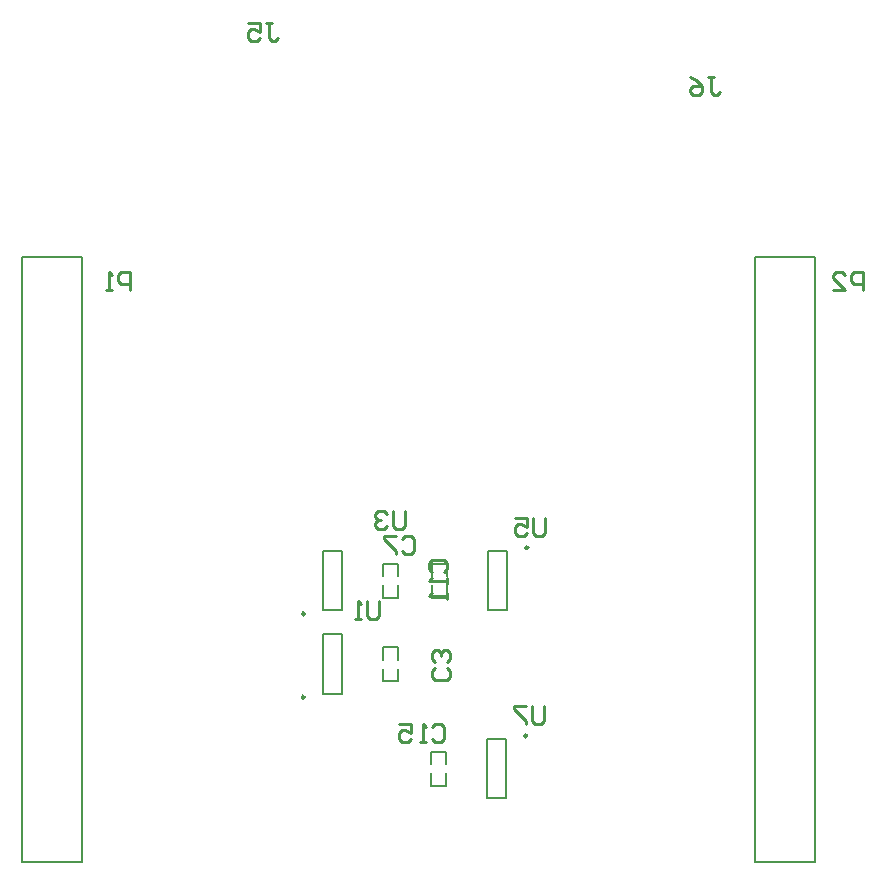
<source format=gbo>
G04 Layer_Color=13813960*
%FSLAX24Y24*%
%MOIN*%
G70*
G01*
G75*
%ADD14C,0.0100*%
%ADD15C,0.0079*%
%ADD41C,0.0098*%
%ADD42C,0.0050*%
D14*
X33370Y39744D02*
X33570D01*
X33470D01*
Y39244D01*
X33570Y39144D01*
X33670D01*
X33770Y39244D01*
X32770Y39744D02*
X32970Y39644D01*
X33170Y39444D01*
Y39244D01*
X33070Y39144D01*
X32870D01*
X32770Y39244D01*
Y39344D01*
X32870Y39444D01*
X33170D01*
X27904Y18798D02*
Y18298D01*
X27804Y18198D01*
X27604D01*
X27504Y18298D01*
Y18798D01*
X27304D02*
X26904D01*
Y18698D01*
X27304Y18298D01*
Y18198D01*
X27939Y25069D02*
Y24570D01*
X27839Y24470D01*
X27639D01*
X27539Y24570D01*
Y25069D01*
X26939D02*
X27339D01*
Y24770D01*
X27139Y24869D01*
X27039D01*
X26939Y24770D01*
Y24570D01*
X27039Y24470D01*
X27239D01*
X27339Y24570D01*
X23268Y25285D02*
Y24785D01*
X23168Y24685D01*
X22968D01*
X22868Y24785D01*
Y25285D01*
X22668Y25185D02*
X22568Y25285D01*
X22368D01*
X22268Y25185D01*
Y25085D01*
X22368Y24985D01*
X22468D01*
X22368D01*
X22268Y24885D01*
Y24785D01*
X22368Y24685D01*
X22568D01*
X22668Y24785D01*
X22416Y22283D02*
Y21784D01*
X22316Y21684D01*
X22116D01*
X22016Y21784D01*
Y22283D01*
X21816Y21684D02*
X21616D01*
X21716D01*
Y22283D01*
X21816Y22183D01*
X18640Y41570D02*
X18840D01*
X18740D01*
Y41070D01*
X18840Y40970D01*
X18940D01*
X19040Y41070D01*
X18040Y41570D02*
X18440D01*
Y41270D01*
X18240Y41370D01*
X18140D01*
X18040Y41270D01*
Y41070D01*
X18140Y40970D01*
X18340D01*
X18440Y41070D01*
X24180Y18092D02*
X24280Y18192D01*
X24480D01*
X24580Y18092D01*
Y17693D01*
X24480Y17593D01*
X24280D01*
X24180Y17693D01*
X23980Y17593D02*
X23780D01*
X23880D01*
Y18192D01*
X23980Y18092D01*
X23080Y18192D02*
X23480D01*
Y17893D01*
X23280Y17992D01*
X23180D01*
X23080Y17893D01*
Y17693D01*
X23180Y17593D01*
X23380D01*
X23480Y17693D01*
X24195Y23271D02*
X24095Y23371D01*
Y23571D01*
X24195Y23671D01*
X24595D01*
X24695Y23571D01*
Y23371D01*
X24595Y23271D01*
X24695Y23071D02*
Y22872D01*
Y22971D01*
X24095D01*
X24195Y23071D01*
X24695Y22572D02*
Y22372D01*
Y22472D01*
X24095D01*
X24195Y22572D01*
X23183Y24358D02*
X23283Y24458D01*
X23483D01*
X23583Y24358D01*
Y23958D01*
X23483Y23858D01*
X23283D01*
X23183Y23958D01*
X22983Y24458D02*
X22583D01*
Y24358D01*
X22983Y23958D01*
Y23858D01*
X24693Y20055D02*
X24793Y19955D01*
Y19755D01*
X24693Y19656D01*
X24293D01*
X24193Y19755D01*
Y19955D01*
X24293Y20055D01*
X24693Y20255D02*
X24793Y20355D01*
Y20555D01*
X24693Y20655D01*
X24593D01*
X24493Y20555D01*
Y20455D01*
Y20555D01*
X24393Y20655D01*
X24293D01*
X24193Y20555D01*
Y20355D01*
X24293Y20255D01*
X14124Y32673D02*
Y33273D01*
X13824D01*
X13724Y33173D01*
Y32973D01*
X13824Y32873D01*
X14124D01*
X13524Y32673D02*
X13324D01*
X13424D01*
Y33273D01*
X13524Y33173D01*
X38533Y32673D02*
Y33273D01*
X38233D01*
X38133Y33173D01*
Y32973D01*
X38233Y32873D01*
X38533D01*
X37533Y32673D02*
X37933D01*
X37533Y33073D01*
Y33173D01*
X37633Y33273D01*
X37833D01*
X37933Y33173D01*
D15*
X20542Y19205D02*
Y21174D01*
X21172Y19205D02*
Y21174D01*
X20542Y19205D02*
X21172D01*
X20542Y21174D02*
X21172D01*
X26692Y21982D02*
Y23951D01*
X26062Y21982D02*
Y23951D01*
X26692D01*
X26062Y21982D02*
X26692D01*
X26654Y15709D02*
Y17677D01*
X26024Y15709D02*
Y17677D01*
X26654D01*
X26024Y15709D02*
X26654D01*
X12524Y13598D02*
Y33748D01*
X10524Y13598D02*
X12524D01*
X10524D02*
Y33748D01*
X12524D01*
X36933Y13598D02*
Y33748D01*
X34933Y13598D02*
X36933D01*
X34933D02*
Y33748D01*
X36933D01*
X20544Y21983D02*
Y23952D01*
X21174Y21983D02*
Y23952D01*
X20544Y21983D02*
X21174D01*
X20544Y23952D02*
X21174D01*
D41*
X19941Y19085D02*
G03*
X19941Y19085I-49J0D01*
G01*
X27391Y24071D02*
G03*
X27391Y24071I-49J0D01*
G01*
X27352Y17797D02*
G03*
X27352Y17797I-49J0D01*
G01*
X19943Y21863D02*
G03*
X19943Y21863I-49J0D01*
G01*
D42*
X24659Y16123D02*
Y16543D01*
Y16843D02*
Y17263D01*
X24159D02*
X24659D01*
X24159Y16843D02*
Y17263D01*
Y16123D02*
Y16543D01*
Y16123D02*
X24659D01*
X22536Y20339D02*
Y20759D01*
Y19619D02*
Y20039D01*
Y19619D02*
X23036D01*
Y20039D01*
Y20339D02*
Y20759D01*
X22536D02*
X23036D01*
X22538Y23118D02*
Y23538D01*
Y22398D02*
Y22818D01*
Y22398D02*
X23038D01*
Y22818D01*
Y23118D02*
Y23538D01*
X22538D02*
X23038D01*
X24698Y22397D02*
Y22817D01*
Y23117D02*
Y23537D01*
X24198D02*
X24698D01*
X24198Y23117D02*
Y23537D01*
Y22397D02*
Y22817D01*
Y22397D02*
X24698D01*
M02*

</source>
